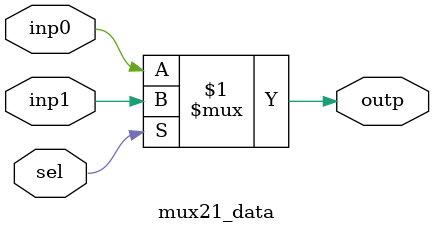
<source format=v>
/*
    model the 2:1 MUX with data flow
*/

module mux21_data (outp, inp0, inp1, sel);

    output outp;
    input inp0;
    input inp1;
    input sel;
    
    assign outp = (sel) ? inp1 : inp0;

endmodule

////////~~~~~~~~END>  mux21_data.v

</source>
